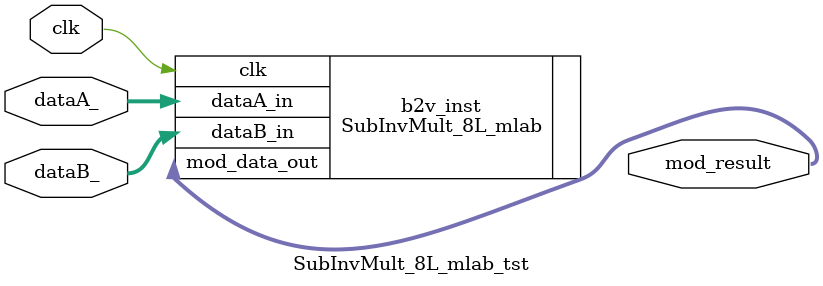
<source format=v>

module SubInvMult_8L_mlab_tst(
	clk,
	dataA_,
	dataB_,
	mod_result
);


input wire	clk;
input wire	[17:0] dataA_;
input wire	[17:0] dataB_;
output wire	[17:0] mod_result;






SubInvMult_8L_mlab	b2v_inst(
	.clk(clk),
	.dataA_in(dataA_),
	.dataB_in(dataB_),
	.mod_data_out(mod_result));
	defparam	b2v_inst.DATA_WIDTH = 18;
	defparam	b2v_inst.FILE1 = "partmod_lut_d3_s26.hex";
	defparam	b2v_inst.FILE2 = "partmod_lut_d3_s26.hex";
	defparam	b2v_inst.FILE3 = "partmod_lut_d3_s26.hex";
	defparam	b2v_inst.FILE4 = "data2.hex";
	defparam	b2v_inst.MODULUS = 177147;


endmodule

</source>
